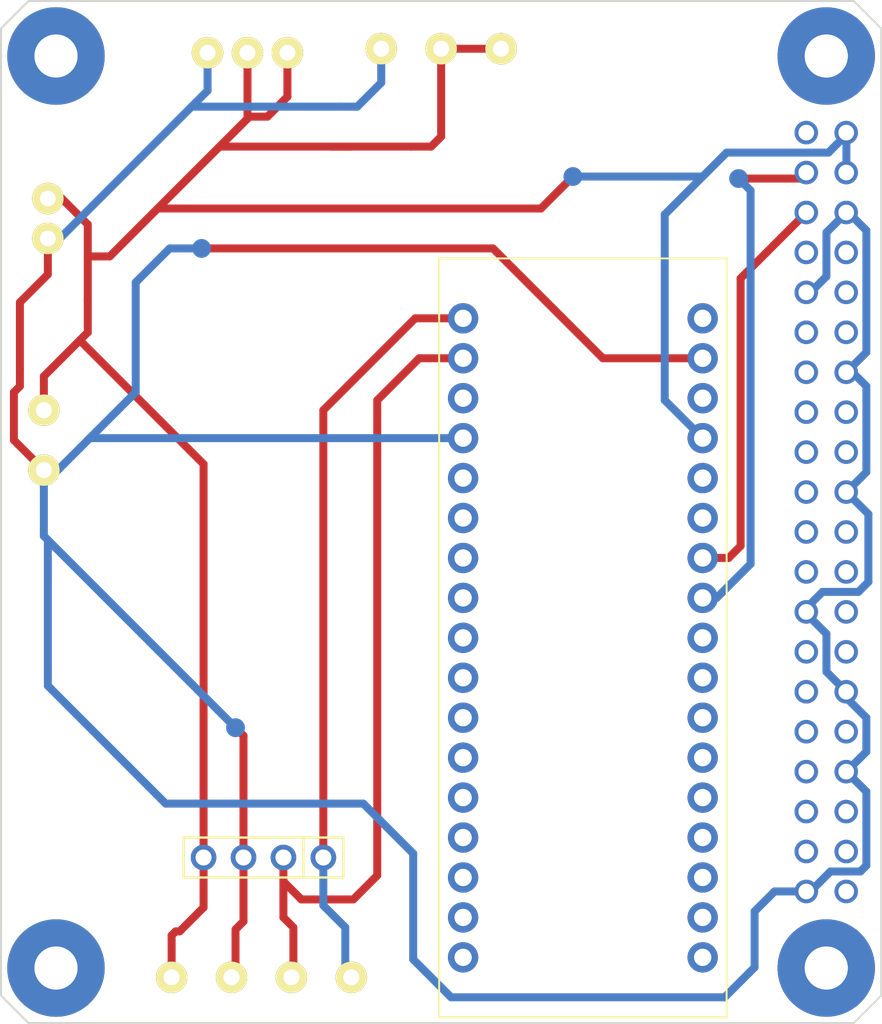
<source format=kicad_pcb>
(kicad_pcb (version 4) (host json2kicad_pcb "2020-07-20 00:47:19")

  (general
    (links 0)
    (no_connects 0)
    (area -31.75 -32.5 28.0 32.5)
    (thickness 1.6002)
    (drawings 0)
    (tracks 145)
    (zones 0)
    (modules 8)
    (nets 77)
  )

  (page A3)
  (title_block
    (date "30 dec 2015")
  )

  (layers
  (0 B.Cu signal)
  (1 Inner1.Cu signal)
  (2 Inner2.Cu signal)
  (15 F.Cu signal)
  (20 B.SilkS user)
  (21 F.SilkS user)
  (22 B.Paste user)
  (23 F.Paste user)
  (24 Dwgs.User user)
  (25 Cmts.User user)
  (26 Eco1.User user)
  (27 Eco2.User user)
  (28 Edge.Cuts user)
  (31 B.Cu signal)
  (32 B.Adhes user)
  (33 F.Adhes user)
  (34 B.Paste user)
  (35 F.Paste user)
  (36 B.SilkS user)
  (37 F.SilkS user)
  (38 B.Mask user)
  (39 F.Mask user)
  (40 Dwgs.User user)
  (41 Cmts.User user)
  (42 Eco1.User user)
  (43 Eco2.User user)
  (44 Edge.Cuts user)
  )

  (setup
(last_trace_width 0.254)
    (trace_clearance 0.254)
    (zone_clearance 0.508)
    (zone_45_only no)
    (trace_min 0.254)
    (segment_width 0.2)
    (edge_width 0.1)
    (via_size 1.19888)
    (via_drill 0.635)
    (via_min_size 0.889)
    (via_min_drill 0.508)
    (uvia_size 0.508)
    (uvia_drill 0.127)
    (uvias_allowed no)
    (uvia_min_size 0.508)
    (uvia_min_drill 0.127)
    (pcb_text_width 0.3)
    (pcb_text_size 1.5 1.5)
    (mod_edge_width 0.15)
    (mod_text_size 1 1)
    (mod_text_width 0.15)
    (pad_size 1.5 1.5)
    (pad_drill 0.6)
    (pad_to_mask_clearance 0)
    (aux_axis_origin 0 0)
    (visible_elements 7FFFFFFF)
    (pcbplotparams
      (layerselection 0x00030_80000001)
      (usegerberextensions true)
      (excludeedgelayer true)
      (linewidth 0.150000)
      (plotframeref false)
      (viasonmask false)
      (mode 1)
      (useauxorigin false)
      (hpglpennumber 1)
      (hpglpenspeed 20)
      (hpglpendiameter 15)
      (hpglpenoverlay 2)
      (psnegative false)
      (psa4output false)
      (plotreference true)
      (plotvalue true)
      (plotinvisibletext false)
      (padsonsilk false)
      (subtractmaskfromsilk false)
      (outputformat 1)
      (mirror false)
      (drillshape 1)
      (scaleselection 1)
      (outputdirectory ""))
  )

  (net 0 "")
  (net 1 "N-00001")
  (net 2 "N-00002")
  (net 3 "N-00003")
  (net 98 "N-00098")
  (net 5 "N-00005")
  (net 6 "N-00006")
  (net 7 "N-00007")
  (net 8 "N-00008")
  (net 79 "N-00079")
  (net 10 "N-00010")
  (net 11 "N-00011")
  (net 12 "N-00012")
  (net 13 "N-00013")
  (net 73 "N-00073")
  (net 15 "N-00015")
  (net 16 "N-00016")
  (net 17 "N-00017")
  (net 18 "N-00018")
  (net 19 "N-00019")
  (net 81 "N-00081")
  (net 21 "N-00021")
  (net 22 "N-00022")
  (net 23 "N-00023")
  (net 24 "N-00024")
  (net 71 "N-00071")
  (net 26 "N-00026")
  (net 27 "N-00027")
  (net 28 "N-00028")
  (net 29 "N-00029")
  (net 90 "N-00090")
  (net 31 "N-00031")
  (net 32 "N-00032")
  (net 33 "N-00033")
  (net 69 "N-00069")
  (net 35 "N-00035")
  (net 36 "N-00036")
  (net 37 "N-00037")
  (net 38 "N-00038")
  (net 68 "N-00068")
  (net 40 "N-00040")
  (net 41 "N-00041")
  (net 42 "N-00042")
  (net 43 "N-00043")
  (net 44 "N-00044")
  (net 80 "N-00080")
  (net 67 "N-00067")
  (net 92 "N-00092")
  (net 91 "N-00091")
  (net 89 "N-00089")
  (net 84 "N-00084")
  (net 86 "N-00086")
  (net 88 "N-00088")
  (net 87 "N-00087")
  (net 85 "N-00085")
  (net 55 "N-00055")
  (net 56 "N-00056")
  (net 78 "N-00078")
  (net 76 "N-00076")
  (net 59 "N-00059")
  (net 60 "N-00060")
  (net 61 "N-00061")
  (net 62 "N-00062")
  (net 63 "N-00063")
  (net 64 "N-00064")
  (net 65 "N-00065")
  (net 66 "N-00066")
  (net 99 "N-00099")
  (net 100 "N-00100")
  (net 101 "N-00101")
  (net 102 "N-00102")
  (net 103 "N-00103")
  (net 104 "N-00104")
  (net 105 "N-00105")
  (net 106 "N-00106")
  (net 107 "N-00107")
  (net 121 "N-00121")

  (net_class Default "This is the default net class."
    (via_dia 1.19888)
    (via_drill 0.635)
    (uvia_drill 0.127)
    (trace_width 0.254)
    (uvia_dia 0.508)
    (clearance 0.254)
    (add_net "")
    (add_net "N-00001")
    (add_net "N-00002")
    (add_net "N-00003")
    (add_net "N-00005")
    (add_net "N-00006")
    (add_net "N-00007")
    (add_net "N-00008")
    (add_net "N-00010")
    (add_net "N-00011")
    (add_net "N-00012")
    (add_net "N-00013")
    (add_net "N-00015")
    (add_net "N-00016")
    (add_net "N-00017")
    (add_net "N-00018")
    (add_net "N-00019")
    (add_net "N-00021")
    (add_net "N-00022")
    (add_net "N-00023")
    (add_net "N-00024")
    (add_net "N-00026")
    (add_net "N-00027")
    (add_net "N-00028")
    (add_net "N-00029")
    (add_net "N-00031")
    (add_net "N-00024")
    (add_net "N-00033")
    (add_net "N-00026")
    (add_net "N-00027")
    (add_net "N-00036")
    (add_net "N-00021")
    (add_net "N-00022")
    (add_net "N-00023")
    (add_net "N-00040")
    (add_net "N-00041")
    (add_net "N-00042")
    (add_net "N-00043")
    (add_net "N-00028")
    (add_net "N-00029")
    (add_net "")
    (add_net "N-00055")
    (add_net "N-00056")
    (add_net "N-00008")
    (add_net "N-00059")
    (add_net "N-00060")
    (add_net "N-00061")
    (add_net "N-00062")
    (add_net "N-00063")
    (add_net "N-00064")
    (add_net "N-00065")
    (add_net "N-00066")
    (add_net "N-00067")
    (add_net "N-00068")
    (add_net "N-00069")
    (add_net "N-00071")
    (add_net "N-00073")
    (add_net "N-00076")
    (add_net "N-00078")
    (add_net "N-00079")
    (add_net "N-00080")
    (add_net "N-00081")
    (add_net "N-00084")
    (add_net "N-00085")
    (add_net "N-00086")
    (add_net "N-00087")
    (add_net "N-00088")
    (add_net "N-00089")
    (add_net "N-00090")
    (add_net "N-00091")
    (add_net "N-00092")
    (add_net "N-00098")
    (add_net "N-00099")
    (add_net "N-00059")
    (add_net "N-00101")
    (add_net "N-00102")
    (add_net "N-00103")
    (add_net "N-00055")
    (add_net "N-00105")
    (add_net "N-00106")
    (add_net "N-00056")
    (add_net "N-00104")
    (add_net "N-00121")
    (add_net "N-00107")
    (add_net "N-00088")
    (add_net "N-00089")
    (add_net "N-00080")
    (add_net "N-00081")
    (add_net "N-00086")
    (add_net "N-00087")
    (add_net "N-00084")
    (add_net "N-00085")
    (add_net "N-00003")
    (add_net "N-00007")
    (add_net "N-00032")
    (add_net "N-00035")
    (add_net "N-00102")
    (add_net "N-00103")
    (add_net "N-00100")
    (add_net "N-00101")
    (add_net "N-00106")
    (add_net "N-00107")
    (add_net "N-00104")
    (add_net "N-00037")
    (add_net "N-00038")
    (add_net "N-00038")
    (add_net "N-00033")
    (add_net "N-00032")
    (add_net "N-00031")
    (add_net "N-00037")
    (add_net "N-00036")
    (add_net "N-00035")
    (add_net "N-00044")
    (add_net "N-00060")
    (add_net "N-00061")
    (add_net "N-00062")
    (add_net "N-00063")
    (add_net "N-00064")
    (add_net "N-00065")
    (add_net "N-00066")
    (add_net "N-00067")
    (add_net "N-00068")
    (add_net "N-00069")
    (add_net "N-00002")
    (add_net "N-00006")
    (add_net "N-00105")
    (add_net "N-00099")
    (add_net "N-00098")
    (add_net "N-00091")
    (add_net "N-00090")
    (add_net "N-00092")
    (add_net "N-00011")
    (add_net "N-00010")
    (add_net "N-00013")
    (add_net "N-00012")
    (add_net "N-00015")
    (add_net "N-00017")
    (add_net "N-00016")
    (add_net "N-00019")
    (add_net "N-00018")
    (add_net "N-00044")
    (add_net "N-00042")
    (add_net "N-00043")
    (add_net "N-00040")
    (add_net "N-00041")
    (add_net "N-00001")
    (add_net "N-00005")
    (add_net "N-00100")
    (add_net "N-00076")
    (add_net "N-00073")
    (add_net "N-00071")
    (add_net "N-00079")
    (add_net "N-00078")
    (add_net "N-00121")
  )
  (module "meow_pi_shield"
    (layer "F.Cu")
    (tedit 0)
    (tstamp 0)
    (at -4.572 -1.143 0.00)
    (fp_text reference ""
      (at 0.0 0.0 0.00)
      (layer F.SilkS)
      (effects (font (size 0.0 0.0)
        (thickness 0.0)))
    )
    (fp_text reference ""
      (at 0.0 0.0 0.00)
      (layer F.SilkS)
      (effects (font (size 0.0 0.0)
        (thickness 0.0)))
    )
    (fp_line (start -28.0 -30.75) (end -26.25 -32.5) (layer Edge.Cuts) (width 0.127))
    (fp_line (start -26.25 -32.5) (end 26.25 -32.5) (layer Edge.Cuts) (width 0.127))
    (fp_line (start 26.25 -32.5) (end 28.0 -30.75) (layer Edge.Cuts) (width 0.127))
    (fp_line (start 28.0 -30.75) (end 28.0 30.75) (layer Edge.Cuts) (width 0.127))
    (fp_line (start 28.0 30.75) (end 26.25 32.5) (layer Edge.Cuts) (width 0.127))
    (fp_line (start 26.25 32.5) (end -26.25 32.5) (layer Edge.Cuts) (width 0.127))
    (fp_line (start -26.25 32.5) (end -28.0 30.75) (layer Edge.Cuts) (width 0.127))
    (fp_line (start -28.0 30.75) (end -28.0 -30.75) (layer Edge.Cuts) (width 0.127))
    (pad 1 thru_hole oval (at 23.2283 -24.13 0.00) (size 1.49606 1.49606) (drill 0.99822) (layers "B.Cu" "Inner1.Cu" "Inner2.Cu" "F.Cu" "B.Paste" "F.Paste") (net 1 N-00001))
    (pad 2 thru_hole oval (at 25.7683 -24.13 0.00) (size 1.49606 1.49606) (drill 0.99822) (layers "B.Cu" "Inner1.Cu" "Inner2.Cu" "F.Cu" "B.Paste" "F.Paste") (net 2 N-00002))
    (pad 3 thru_hole oval (at 23.2283 -21.59 0.00) (size 1.49606 1.49606) (drill 0.99822) (layers "B.Cu" "Inner1.Cu" "Inner2.Cu" "F.Cu" "B.Paste" "F.Paste") (net 3 N-00003))
    (pad 4 thru_hole oval (at 25.7683 -21.59 0.00) (size 1.49606 1.49606) (drill 0.99822) (layers "B.Cu" "Inner1.Cu" "Inner2.Cu" "F.Cu" "B.Paste" "F.Paste") (net 2 N-00002))
    (pad 5 thru_hole oval (at 23.2283 -19.05 0.00) (size 1.49606 1.49606) (drill 0.99822) (layers "B.Cu" "Inner1.Cu" "Inner2.Cu" "F.Cu" "B.Paste" "F.Paste") (net 5 N-00005))
    (pad 6 thru_hole oval (at 25.7683 -19.05 0.00) (size 1.49606 1.49606) (drill 0.99822) (layers "B.Cu" "Inner1.Cu" "Inner2.Cu" "F.Cu" "B.Paste" "F.Paste") (net 6 N-00006))
    (pad 7 thru_hole oval (at 23.2283 -16.51 0.00) (size 1.49606 1.49606) (drill 0.99822) (layers "B.Cu" "Inner1.Cu" "Inner2.Cu" "F.Cu" "B.Paste" "F.Paste") (net 7 N-00007))
    (pad 8 thru_hole oval (at 25.7683 -16.51 0.00) (size 1.49606 1.49606) (drill 0.99822) (layers "B.Cu" "Inner1.Cu" "Inner2.Cu" "F.Cu" "B.Paste" "F.Paste") (net 8 N-00008))
    (pad 9 thru_hole oval (at 23.2283 -13.97 0.00) (size 1.49606 1.49606) (drill 0.99822) (layers "B.Cu" "Inner1.Cu" "Inner2.Cu" "F.Cu" "B.Paste" "F.Paste") (net 6 N-00006))
    (pad 10 thru_hole oval (at 25.7683 -13.97 0.00) (size 1.49606 1.49606) (drill 0.99822) (layers "B.Cu" "Inner1.Cu" "Inner2.Cu" "F.Cu" "B.Paste" "F.Paste") (net 10 N-00010))
    (pad 11 thru_hole oval (at 23.2283 -11.43 0.00) (size 1.49606 1.49606) (drill 0.99822) (layers "B.Cu" "Inner1.Cu" "Inner2.Cu" "F.Cu" "B.Paste" "F.Paste") (net 11 N-00011))
    (pad 12 thru_hole oval (at 25.7683 -11.43 0.00) (size 1.49606 1.49606) (drill 0.99822) (layers "B.Cu" "Inner1.Cu" "Inner2.Cu" "F.Cu" "B.Paste" "F.Paste") (net 12 N-00012))
    (pad 13 thru_hole oval (at 23.2283 -8.89 0.00) (size 1.49606 1.49606) (drill 0.99822) (layers "B.Cu" "Inner1.Cu" "Inner2.Cu" "F.Cu" "B.Paste" "F.Paste") (net 13 N-00013))
    (pad 14 thru_hole oval (at 25.7683 -8.89 0.00) (size 1.49606 1.49606) (drill 0.99822) (layers "B.Cu" "Inner1.Cu" "Inner2.Cu" "F.Cu" "B.Paste" "F.Paste") (net 6 N-00006))
    (pad 15 thru_hole oval (at 23.2283 -6.35 0.00) (size 1.49606 1.49606) (drill 0.99822) (layers "B.Cu" "Inner1.Cu" "Inner2.Cu" "F.Cu" "B.Paste" "F.Paste") (net 15 N-00015))
    (pad 16 thru_hole oval (at 25.7683 -6.35 0.00) (size 1.49606 1.49606) (drill 0.99822) (layers "B.Cu" "Inner1.Cu" "Inner2.Cu" "F.Cu" "B.Paste" "F.Paste") (net 16 N-00016))
    (pad 17 thru_hole oval (at 23.2283 -3.81 0.00) (size 1.49606 1.49606) (drill 0.99822) (layers "B.Cu" "Inner1.Cu" "Inner2.Cu" "F.Cu" "B.Paste" "F.Paste") (net 17 N-00017))
    (pad 18 thru_hole oval (at 25.7683 -3.81 0.00) (size 1.49606 1.49606) (drill 0.99822) (layers "B.Cu" "Inner1.Cu" "Inner2.Cu" "F.Cu" "B.Paste" "F.Paste") (net 18 N-00018))
    (pad 19 thru_hole oval (at 23.2283 -1.27 0.00) (size 1.49606 1.49606) (drill 0.99822) (layers "B.Cu" "Inner1.Cu" "Inner2.Cu" "F.Cu" "B.Paste" "F.Paste") (net 19 N-00019))
    (pad 20 thru_hole oval (at 25.7683 -1.27 0.00) (size 1.49606 1.49606) (drill 0.99822) (layers "B.Cu" "Inner1.Cu" "Inner2.Cu" "F.Cu" "B.Paste" "F.Paste") (net 6 N-00006))
    (pad 21 thru_hole oval (at 23.2283 1.27 0.00) (size 1.49606 1.49606) (drill 0.99822) (layers "B.Cu" "Inner1.Cu" "Inner2.Cu" "F.Cu" "B.Paste" "F.Paste") (net 21 N-00021))
    (pad 22 thru_hole oval (at 25.7683 1.27 0.00) (size 1.49606 1.49606) (drill 0.99822) (layers "B.Cu" "Inner1.Cu" "Inner2.Cu" "F.Cu" "B.Paste" "F.Paste") (net 22 N-00022))
    (pad 23 thru_hole oval (at 23.2283 3.81 0.00) (size 1.49606 1.49606) (drill 0.99822) (layers "B.Cu" "Inner1.Cu" "Inner2.Cu" "F.Cu" "B.Paste" "F.Paste") (net 23 N-00023))
    (pad 24 thru_hole oval (at 25.7683 3.81 0.00) (size 1.49606 1.49606) (drill 0.99822) (layers "B.Cu" "Inner1.Cu" "Inner2.Cu" "F.Cu" "B.Paste" "F.Paste") (net 24 N-00024))
    (pad 25 thru_hole oval (at 23.2283 6.35 0.00) (size 1.49606 1.49606) (drill 0.99822) (layers "B.Cu" "Inner1.Cu" "Inner2.Cu" "F.Cu" "B.Paste" "F.Paste") (net 6 N-00006))
    (pad 26 thru_hole oval (at 25.7683 6.35 0.00) (size 1.49606 1.49606) (drill 0.99822) (layers "B.Cu" "Inner1.Cu" "Inner2.Cu" "F.Cu" "B.Paste" "F.Paste") (net 26 N-00026))
    (pad 27 thru_hole oval (at 23.2283 8.89 0.00) (size 1.49606 1.49606) (drill 0.99822) (layers "B.Cu" "Inner1.Cu" "Inner2.Cu" "F.Cu" "B.Paste" "F.Paste") (net 27 N-00027))
    (pad 28 thru_hole oval (at 25.7683 8.89 0.00) (size 1.49606 1.49606) (drill 0.99822) (layers "B.Cu" "Inner1.Cu" "Inner2.Cu" "F.Cu" "B.Paste" "F.Paste") (net 28 N-00028))
    (pad 29 thru_hole oval (at 23.2283 11.43 0.00) (size 1.49606 1.49606) (drill 0.99822) (layers "B.Cu" "Inner1.Cu" "Inner2.Cu" "F.Cu" "B.Paste" "F.Paste") (net 29 N-00029))
    (pad 30 thru_hole oval (at 25.7683 11.43 0.00) (size 1.49606 1.49606) (drill 0.99822) (layers "B.Cu" "Inner1.Cu" "Inner2.Cu" "F.Cu" "B.Paste" "F.Paste") (net 6 N-00006))
    (pad 31 thru_hole oval (at 23.2283 13.97 0.00) (size 1.49606 1.49606) (drill 0.99822) (layers "B.Cu" "Inner1.Cu" "Inner2.Cu" "F.Cu" "B.Paste" "F.Paste") (net 31 N-00031))
    (pad 32 thru_hole oval (at 25.7683 13.97 0.00) (size 1.49606 1.49606) (drill 0.99822) (layers "B.Cu" "Inner1.Cu" "Inner2.Cu" "F.Cu" "B.Paste" "F.Paste") (net 32 N-00032))
    (pad 33 thru_hole oval (at 23.2283 16.51 0.00) (size 1.49606 1.49606) (drill 0.99822) (layers "B.Cu" "Inner1.Cu" "Inner2.Cu" "F.Cu" "B.Paste" "F.Paste") (net 33 N-00033))
    (pad 34 thru_hole oval (at 25.7683 16.51 0.00) (size 1.49606 1.49606) (drill 0.99822) (layers "B.Cu" "Inner1.Cu" "Inner2.Cu" "F.Cu" "B.Paste" "F.Paste") (net 6 N-00006))
    (pad 35 thru_hole oval (at 23.2283 19.05 0.00) (size 1.49606 1.49606) (drill 0.99822) (layers "B.Cu" "Inner1.Cu" "Inner2.Cu" "F.Cu" "B.Paste" "F.Paste") (net 35 N-00035))
    (pad 36 thru_hole oval (at 25.7683 19.05 0.00) (size 1.49606 1.49606) (drill 0.99822) (layers "B.Cu" "Inner1.Cu" "Inner2.Cu" "F.Cu" "B.Paste" "F.Paste") (net 36 N-00036))
    (pad 37 thru_hole oval (at 23.2283 21.59 0.00) (size 1.49606 1.49606) (drill 0.99822) (layers "B.Cu" "Inner1.Cu" "Inner2.Cu" "F.Cu" "B.Paste" "F.Paste") (net 37 N-00037))
    (pad 38 thru_hole oval (at 25.7683 21.59 0.00) (size 1.49606 1.49606) (drill 0.99822) (layers "B.Cu" "Inner1.Cu" "Inner2.Cu" "F.Cu" "B.Paste" "F.Paste") (net 38 N-00038))
    (pad 39 thru_hole oval (at 23.2283 24.13 0.00) (size 1.49606 1.49606) (drill 0.99822) (layers "B.Cu" "Inner1.Cu" "Inner2.Cu" "F.Cu" "B.Paste" "F.Paste") (net 6 N-00006))
    (pad 40 thru_hole oval (at 25.7683 24.13 0.00) (size 1.49606 1.49606) (drill 0.99822) (layers "B.Cu" "Inner1.Cu" "Inner2.Cu" "F.Cu" "B.Paste" "F.Paste") (net 40 N-00040))
    (pad S0 thru_hole oval (at -24.50084 -29.00172 0.00) (size 6.1976 6.1976) (drill 2.74828) (layers "B.Cu" "Inner1.Cu" "Inner2.Cu" "F.Cu" "B.Paste" "F.Paste") (net 41 N-00041))
    (pad S1 thru_hole oval (at 24.4983 -29.00172 0.00) (size 6.1976 6.1976) (drill 2.74828) (layers "B.Cu" "Inner1.Cu" "Inner2.Cu" "F.Cu" "B.Paste" "F.Paste") (net 42 N-00042))
    (pad S2 thru_hole oval (at 24.4983 28.99918 0.00) (size 6.1976 6.1976) (drill 2.74828) (layers "B.Cu" "Inner1.Cu" "Inner2.Cu" "F.Cu" "B.Paste" "F.Paste") (net 43 N-00043))
    (pad S3 thru_hole oval (at -24.50084 28.99918 0.00) (size 6.1976 6.1976) (drill 2.74828) (layers "B.Cu" "Inner1.Cu" "Inner2.Cu" "F.Cu" "B.Paste" "F.Paste") (net 44 N-00044))
  )

  (module "M1X4"
    (layer "F.Cu")
    (tedit 0)
    (tstamp 0)
    (at -12.065 20.828 -180.00)
    (fp_text reference ">NAME"
      (at -0.9525 0.0 0.00)
      (layer Eco1.User)
      (effects (font (size 1.27 0.0)
        (thickness 0.0)))
    )
    (fp_text value "val**"
      (at 0.0 0.0 0.00)
      (layer Eco1.User)
      (effects (font (size 0.0 0.0)
        (thickness 0.0)))
    )
    (fp_line (start -1.27 1.27) (end -1.27 -1.27) (layer F.SilkS) (width 0.1524))
    (fp_line (start -1.27 -1.27) (end 1.27 -1.27) (layer F.SilkS) (width 0.1524))
    (fp_line (start 1.27 -1.27) (end 8.89 -1.27) (layer F.SilkS) (width 0.1524))
    (fp_line (start 8.89 -1.27) (end 8.89 1.27) (layer F.SilkS) (width 0.1524))
    (fp_line (start 8.89 1.27) (end 1.27 1.27) (layer F.SilkS) (width 0.1524))
    (fp_line (start 1.27 1.27) (end -1.27 1.27) (layer F.SilkS) (width 0.1524))
    (fp_line (start 1.27 1.27) (end 1.27 -1.27) (layer F.SilkS) (width 0.1524))
    (pad 1 thru_hole oval (at 0.0 0.0 -180.00) (size 1.63068 1.63068) (drill 1.01854) (layers "B.Cu" "Inner1.Cu" "Inner2.Cu" "F.Cu" "B.Paste" "F.Paste") (net 55 N-00055))
    (pad 2 thru_hole oval (at 2.54 0.0 -180.00) (size 1.63068 1.63068) (drill 1.01854) (layers "B.Cu" "Inner1.Cu" "Inner2.Cu" "F.Cu" "B.Paste" "F.Paste") (net 56 N-00056))
    (pad 3 thru_hole oval (at 5.08 0.0 -180.00) (size 1.63068 1.63068) (drill 1.01854) (layers "B.Cu" "Inner1.Cu" "Inner2.Cu" "F.Cu" "B.Paste" "F.Paste") (net 6 N-00006))
    (pad 4 thru_hole oval (at 7.62 0.0 -180.00) (size 1.63068 1.63068) (drill 1.01854) (layers "B.Cu" "Inner1.Cu" "Inner2.Cu" "F.Cu" "B.Paste" "F.Paste") (net 2 N-00002))
  )

  (module "meow"
    (layer "F.Cu")
    (tedit 0)
    (tstamp 0)
    (at -29.591 -19.812 0.00)
    (fp_text reference ""
      (at 0.0 0.0 0.00)
      (layer F.SilkS)
      (effects (font (size 0.0 0.0)
        (thickness 0.0)))
    )
    (fp_text reference ""
      (at 0.0 0.0 0.00)
      (layer F.SilkS)
      (effects (font (size 0.0 0.0)
        (thickness 0.0)))
    )
    (pad 1 thru_hole circle (at 0.0 -1.27 0.00) (size 2.0 2.0) (drill 1.0) (layers "B.Cu" "Inner1.Cu" "Inner2.Cu" "F.Cu" "F.SilkS" "B.Paste" "F.Paste") (net 2 N-00002))
    (pad 2 thru_hole circle (at 0.0 1.27 0.00) (size 2.0 2.0) (drill 1.0) (layers "B.Cu" "Inner1.Cu" "Inner2.Cu" "F.Cu" "F.SilkS" "B.Paste" "F.Paste") (net 6 N-00006))
  )

  (module "meow"
    (layer "F.Cu")
    (tedit 0)
    (tstamp 0)
    (at -29.845 -5.715 0.00)
    (fp_text reference ""
      (at 0.0 0.0 0.00)
      (layer F.SilkS)
      (effects (font (size 0.0 0.0)
        (thickness 0.0)))
    )
    (fp_text reference ""
      (at 0.0 0.0 0.00)
      (layer F.SilkS)
      (effects (font (size 0.0 0.0)
        (thickness 0.0)))
    )
    (pad 1 thru_hole circle (at 0.0 -1.905 0.00) (size 1.99898 1.99898) (drill 1.016) (layers "B.Cu" "Inner1.Cu" "Inner2.Cu" "F.Cu" "F.SilkS" "B.Paste" "F.Paste") (net 2 N-00002))
    (pad 2 thru_hole circle (at 0.0 1.905 0.00) (size 1.99898 1.99898) (drill 1.016) (layers "B.Cu" "Inner1.Cu" "Inner2.Cu" "F.Cu" "F.SilkS" "B.Paste" "F.Paste") (net 6 N-00006))
  )

  (module "meow"
    (layer "F.Cu")
    (tedit 0)
    (tstamp 0)
    (at -4.572 -30.607 -90.00)
    (fp_text reference ""
      (at 0.0 0.0 0.00)
      (layer F.SilkS)
      (effects (font (size 0.0 0.0)
        (thickness 0.0)))
    )
    (fp_text reference ""
      (at 0.0 0.0 0.00)
      (layer F.SilkS)
      (effects (font (size 0.0 0.0)
        (thickness 0.0)))
    )
    (pad 1 thru_hole circle (at 0.0 -3.81 -90.00) (size 2.0 2.0) (drill 1.016) (layers "B.Cu" "Inner1.Cu" "Inner2.Cu" "F.Cu" "F.SilkS" "B.Paste" "F.Paste") (net 2 N-00002))
    (pad 2 thru_hole circle (at 0.0 0.0 -90.00) (size 2.0 2.0) (drill 1.016) (layers "B.Cu" "Inner1.Cu" "Inner2.Cu" "F.Cu" "F.SilkS" "B.Paste" "F.Paste") (net 2 N-00002))
    (pad 3 thru_hole circle (at 0.0 3.81 -90.00) (size 2.0 2.0) (drill 1.016) (layers "B.Cu" "Inner1.Cu" "Inner2.Cu" "F.Cu" "F.SilkS" "B.Paste" "F.Paste") (net 6 N-00006))
  )

  (module "ARDUINOMICRO"
    (layer "F.Cu")
    (tedit 0)
    (tstamp 0)
    (at 4.445 6.858 90.00)
    (fp_text reference "ref**"
      (at 0.0 0.0 0.00)
      (layer Cmts.User)
      (effects (font (size 0.0 0.0)
        (thickness 0.0)))
    )
    (fp_text value "val**"
      (at 0.0 0.0 0.00)
      (layer Eco1.User)
      (effects (font (size 0.0 0.0)
        (thickness 0.0)))
    )
    (fp_line (start -24.13 9.144) (end 24.13 9.144) (layer F.SilkS) (width 0.127))
    (fp_line (start 24.13 9.144) (end 24.13 -9.144) (layer F.SilkS) (width 0.127))
    (fp_line (start 24.13 -9.144) (end -24.13 -9.144) (layer F.SilkS) (width 0.127))
    (fp_line (start -24.13 -9.144) (end -24.13 9.144) (layer F.SilkS) (width 0.127))
    (pad P$1 thru_hole oval (at -20.32 -7.62 90.00) (size 1.9304 1.9304) (drill 1.09982) (layers "B.Cu" "Inner1.Cu" "Inner2.Cu" "F.Cu" "B.Paste" "F.Paste") (net 59 N-00059))
    (pad P$2 thru_hole oval (at -17.78 -7.62 90.00) (size 1.9304 1.9304) (drill 1.09982) (layers "B.Cu" "Inner1.Cu" "Inner2.Cu" "F.Cu" "B.Paste" "F.Paste") (net 60 N-00060))
    (pad P$3 thru_hole oval (at -15.24 -7.62 90.00) (size 1.9304 1.9304) (drill 1.09982) (layers "B.Cu" "Inner1.Cu" "Inner2.Cu" "F.Cu" "B.Paste" "F.Paste") (net 61 N-00061))
    (pad P$4 thru_hole oval (at -12.7 -7.62 90.00) (size 1.9304 1.9304) (drill 1.09982) (layers "B.Cu" "Inner1.Cu" "Inner2.Cu" "F.Cu" "B.Paste" "F.Paste") (net 62 N-00062))
    (pad P$5 thru_hole oval (at -10.16 -7.62 90.00) (size 1.9304 1.9304) (drill 1.09982) (layers "B.Cu" "Inner1.Cu" "Inner2.Cu" "F.Cu" "B.Paste" "F.Paste") (net 63 N-00063))
    (pad P$6 thru_hole oval (at -7.62 -7.62 90.00) (size 1.9304 1.9304) (drill 1.09982) (layers "B.Cu" "Inner1.Cu" "Inner2.Cu" "F.Cu" "B.Paste" "F.Paste") (net 64 N-00064))
    (pad P$7 thru_hole oval (at -5.08 -7.62 90.00) (size 1.9304 1.9304) (drill 1.09982) (layers "B.Cu" "Inner1.Cu" "Inner2.Cu" "F.Cu" "B.Paste" "F.Paste") (net 65 N-00065))
    (pad P$8 thru_hole oval (at -2.54 -7.62 90.00) (size 1.9304 1.9304) (drill 1.09982) (layers "B.Cu" "Inner1.Cu" "Inner2.Cu" "F.Cu" "B.Paste" "F.Paste") (net 66 N-00066))
    (pad P$9 thru_hole oval (at 0.0 -7.62 90.00) (size 1.9304 1.9304) (drill 1.09982) (layers "B.Cu" "Inner1.Cu" "Inner2.Cu" "F.Cu" "B.Paste" "F.Paste") (net 67 N-00067))
    (pad P$10 thru_hole oval (at 2.54 -7.62 90.00) (size 1.9304 1.9304) (drill 1.09982) (layers "B.Cu" "Inner1.Cu" "Inner2.Cu" "F.Cu" "B.Paste" "F.Paste") (net 68 N-00068))
    (pad P$11 thru_hole oval (at 5.08 -7.62 90.00) (size 1.9304 1.9304) (drill 1.09982) (layers "B.Cu" "Inner1.Cu" "Inner2.Cu" "F.Cu" "B.Paste" "F.Paste") (net 69 N-00069))
    (pad P$12 thru_hole oval (at 12.7 7.62 90.00) (size 1.9304 1.9304) (drill 1.09982) (layers "B.Cu" "Inner1.Cu" "Inner2.Cu" "F.Cu" "B.Paste" "F.Paste") (net 2 N-00002))
    (pad P$13 thru_hole oval (at 10.16 7.62 90.00) (size 1.9304 1.9304) (drill 1.09982) (layers "B.Cu" "Inner1.Cu" "Inner2.Cu" "F.Cu" "B.Paste" "F.Paste") (net 71 N-00071))
    (pad P$14 thru_hole oval (at 12.7 -7.62 90.00) (size 1.9304 1.9304) (drill 1.09982) (layers "B.Cu" "Inner1.Cu" "Inner2.Cu" "F.Cu" "B.Paste" "F.Paste") (net 6 N-00006))
    (pad P$15 thru_hole oval (at 15.24 -7.62 90.00) (size 1.9304 1.9304) (drill 1.09982) (layers "B.Cu" "Inner1.Cu" "Inner2.Cu" "F.Cu" "B.Paste" "F.Paste") (net 73 N-00073))
    (pad P$16 thru_hole oval (at 17.78 -7.62 90.00) (size 1.9304 1.9304) (drill 1.09982) (layers "B.Cu" "Inner1.Cu" "Inner2.Cu" "F.Cu" "B.Paste" "F.Paste") (net 56 N-00056))
    (pad P$17 thru_hole oval (at 20.32 -7.62 90.00) (size 1.9304 1.9304) (drill 1.09982) (layers "B.Cu" "Inner1.Cu" "Inner2.Cu" "F.Cu" "B.Paste" "F.Paste") (net 55 N-00055))
    (pad P$18 thru_hole oval (at 20.32 7.62 90.00) (size 1.9304 1.9304) (drill 1.09982) (layers "B.Cu" "Inner1.Cu" "Inner2.Cu" "F.Cu" "B.Paste" "F.Paste") (net 76 N-00076))
    (pad P$19 thru_hole oval (at 17.78 7.62 90.00) (size 1.9304 1.9304) (drill 1.09982) (layers "B.Cu" "Inner1.Cu" "Inner2.Cu" "F.Cu" "B.Paste" "F.Paste") (net 6 N-00006))
    (pad P$20 thru_hole oval (at 15.24 7.62 90.00) (size 1.9304 1.9304) (drill 1.09982) (layers "B.Cu" "Inner1.Cu" "Inner2.Cu" "F.Cu" "B.Paste" "F.Paste") (net 78 N-00078))
    (pad P$21 thru_hole oval (at 7.62 -7.62 90.00) (size 1.9304 1.9304) (drill 1.09982) (layers "B.Cu" "Inner1.Cu" "Inner2.Cu" "F.Cu" "B.Paste" "F.Paste") (net 79 N-00079))
    (pad P$22 thru_hole oval (at 10.16 -7.62 90.00) (size 1.9304 1.9304) (drill 1.09982) (layers "B.Cu" "Inner1.Cu" "Inner2.Cu" "F.Cu" "B.Paste" "F.Paste") (net 80 N-00080))
    (pad P$23 thru_hole oval (at 7.62 7.62 90.00) (size 1.9304 1.9304) (drill 1.09982) (layers "B.Cu" "Inner1.Cu" "Inner2.Cu" "F.Cu" "B.Paste" "F.Paste") (net 81 N-00081))
    (pad P$24 thru_hole oval (at 5.08 7.62 90.00) (size 1.9304 1.9304) (drill 1.09982) (layers "B.Cu" "Inner1.Cu" "Inner2.Cu" "F.Cu" "B.Paste" "F.Paste") (net 5 N-00005))
    (pad P$25 thru_hole oval (at 2.54 7.62 90.00) (size 1.9304 1.9304) (drill 1.09982) (layers "B.Cu" "Inner1.Cu" "Inner2.Cu" "F.Cu" "B.Paste" "F.Paste") (net 3 N-00003))
    (pad P$26 thru_hole oval (at 0.0 7.62 90.00) (size 1.9304 1.9304) (drill 1.09982) (layers "B.Cu" "Inner1.Cu" "Inner2.Cu" "F.Cu" "B.Paste" "F.Paste") (net 84 N-00084))
    (pad P$27 thru_hole oval (at -2.54 7.62 90.00) (size 1.9304 1.9304) (drill 1.09982) (layers "B.Cu" "Inner1.Cu" "Inner2.Cu" "F.Cu" "B.Paste" "F.Paste") (net 85 N-00085))
    (pad P$28 thru_hole oval (at -5.08 7.62 90.00) (size 1.9304 1.9304) (drill 1.09982) (layers "B.Cu" "Inner1.Cu" "Inner2.Cu" "F.Cu" "B.Paste" "F.Paste") (net 86 N-00086))
    (pad P$29 thru_hole oval (at -7.62 7.62 90.00) (size 1.9304 1.9304) (drill 1.09982) (layers "B.Cu" "Inner1.Cu" "Inner2.Cu" "F.Cu" "B.Paste" "F.Paste") (net 87 N-00087))
    (pad P$30 thru_hole oval (at -10.16 7.62 90.00) (size 1.9304 1.9304) (drill 1.09982) (layers "B.Cu" "Inner1.Cu" "Inner2.Cu" "F.Cu" "B.Paste" "F.Paste") (net 88 N-00088))
    (pad P$31 thru_hole oval (at -12.7 7.62 90.00) (size 1.9304 1.9304) (drill 1.09982) (layers "B.Cu" "Inner1.Cu" "Inner2.Cu" "F.Cu" "B.Paste" "F.Paste") (net 89 N-00089))
    (pad P$32 thru_hole oval (at -15.24 7.62 90.00) (size 1.9304 1.9304) (drill 1.09982) (layers "B.Cu" "Inner1.Cu" "Inner2.Cu" "F.Cu" "B.Paste" "F.Paste") (net 90 N-00090))
    (pad P$33 thru_hole oval (at -17.78 7.62 90.00) (size 1.9304 1.9304) (drill 1.09982) (layers "B.Cu" "Inner1.Cu" "Inner2.Cu" "F.Cu" "B.Paste" "F.Paste") (net 91 N-00091))
    (pad P$34 thru_hole oval (at -20.32 7.62 90.00) (size 1.9304 1.9304) (drill 1.09982) (layers "B.Cu" "Inner1.Cu" "Inner2.Cu" "F.Cu" "B.Paste" "F.Paste") (net 92 N-00092))
  )

  (segment (start 16.637 22.987) (end 18.669 22.987) (width 0.508) (layer F.Cu) (net 6))
  (segment (start -29.591 -21.082) (end -28.702 -21.082) (width 0.508) (layer B.Cu) (net 2))
  (segment (start -28.702 -21.082) (end -27.051 -19.431) (width 0.508) (layer B.Cu) (net 2))
  (segment (start -27.051 -19.431) (end -27.051 -14.605) (width 0.508) (layer B.Cu) (net 2))
  (segment (start -6.35 27.305) (end -3.937 29.718) (width 0.508) (layer F.Cu) (net 6))
  (segment (start -29.591 -18.542) (end -29.591 -16.256) (width 0.508) (layer B.Cu) (net 6))
  (segment (start -29.591 -16.256) (end -31.369 -14.478) (width 0.508) (layer B.Cu) (net 6))
  (segment (start -31.369 -14.478) (end -31.369 -10.287) (width 0.508) (layer B.Cu) (net 6))
  (segment (start -9.525 17.399) (end -6.35 20.574) (width 0.508) (layer F.Cu) (net 6))
  (segment (start 22.479 21.336) (end 22.479 16.637) (width 0.508) (layer F.Cu) (net 6))
  (module "meow"
    (layer "F.Cu")
    (tedit 0)
    (tstamp 0)
    (at -16.002 28.448 90.00)
    (fp_text reference ""
      (at 0.0 0.0 0.00)
      (layer F.SilkS)
      (effects (font (size 0.0 0.0)
        (thickness 0.0)))
    )
    (fp_text reference ""
      (at 0.0 0.0 0.00)
      (layer F.SilkS)
      (effects (font (size 0.0 0.0)
        (thickness 0.0)))
    )
    (pad 1 thru_hole circle (at 0.0 -5.715 90.00) (size 1.99898 1.99898) (drill 1.016) (layers "B.Cu" "Inner1.Cu" "Inner2.Cu" "F.Cu" "F.SilkS" "B.Paste" "F.Paste") (net 2 N-00002))
    (pad 2 thru_hole circle (at 0.0 -1.905 90.00) (size 1.99898 1.99898) (drill 1.016) (layers "B.Cu" "Inner1.Cu" "Inner2.Cu" "F.Cu" "F.SilkS" "B.Paste" "F.Paste") (net 6 N-00006))
    (pad 3 thru_hole circle (at 0.0 1.905 90.00) (size 1.99898 1.99898) (drill 1.016) (layers "B.Cu" "Inner1.Cu" "Inner2.Cu" "F.Cu" "F.SilkS" "B.Paste" "F.Paste") (net 56 N-00056))
    (pad 4 thru_hole circle (at 0.0 5.715 90.00) (size 1.99898 1.99898) (drill 1.016) (layers "B.Cu" "Inner1.Cu" "Inner2.Cu" "F.Cu" "F.SilkS" "B.Paste" "F.Paste") (net 55 N-00055))
  )

  (segment (start -6.35 20.574) (end -6.35 27.305) (width 0.508) (layer F.Cu) (net 6))
  (segment (start -27.559 -12.065) (end -19.685 -4.191) (width 0.508) (layer B.Cu) (net 2))
  (segment (start -19.685 -4.191) (end -19.685 20.828) (width 0.508) (layer B.Cu) (net 2))
  (segment (start -19.685 20.828) (end -19.685 24.003) (width 0.508) (layer B.Cu) (net 2))
  (segment (start -19.685 24.003) (end -21.209 25.527) (width 0.508) (layer B.Cu) (net 2))
  (segment (start 18.288 -22.352) (end 18.669 -22.733) (width 0.508) (layer B.Cu) (net 3))
  (segment (start 14.351 -22.352) (end 18.288 -22.352) (width 0.508) (layer B.Cu) (net 3))
  (segment (start -17.653 25.4) (end -17.145 24.892) (width 0.508) (layer B.Cu) (net 6))
  (segment (start -17.145 24.892) (end -17.145 20.828) (width 0.508) (layer B.Cu) (net 6))
  (segment (start -17.145 20.828) (end -17.145 13.081) (width 0.508) (layer B.Cu) (net 6))
  (segment (start -17.145 13.081) (end -17.653 12.573) (width 0.508) (layer B.Cu) (net 6))
  (segment (start -17.653 12.573) (end -17.653 12.573) (width 1.19888) (layer F.Cu) (net 6))
  (segment (start 22.479 16.637) (end 21.209 15.367) (width 0.508) (layer F.Cu) (net 6))
  (segment (start -22.098 17.399) (end -9.525 17.399) (width 0.508) (layer F.Cu) (net 6))
  (segment (start -27.051 -17.399) (end -25.654 -17.399) (width 0.508) (layer B.Cu) (net 2))
  (segment (start -25.654 -17.399) (end -16.891 -26.162) (width 0.508) (layer B.Cu) (net 2))
  (segment (start -16.891 -26.162) (end -16.891 -30.353) (width 0.508) (layer B.Cu) (net 2))
  (segment (start -16.891 -26.289) (end -15.621 -26.289) (width 0.508) (layer B.Cu) (net 2))
  (segment (start -15.621 -26.289) (end -14.351 -27.559) (width 0.508) (layer B.Cu) (net 2))
  (segment (start -14.351 -27.559) (end -14.351 -30.353) (width 0.508) (layer B.Cu) (net 2))
  (segment (start -18.542 -24.384) (end -6.477 -24.384) (width 0.508) (layer B.Cu) (net 2))
  (segment (start 22.098 21.717) (end 22.479 21.336) (width 0.508) (layer F.Cu) (net 6))
  (segment (start -11.557 -24.384) (end -10.287 -24.384) (width 0.508) (layer B.Cu) (net 2))
  (segment (start 20.193 21.717) (end 22.098 21.717) (width 0.508) (layer F.Cu) (net 6))
  (segment (start 18.923 22.987) (end 20.193 21.717) (width 0.508) (layer F.Cu) (net 6))
  (segment (start -17.653 12.573) (end -29.591 0.635) (width 0.508) (layer F.Cu) (net 6))
  (segment (start -29.591 -18.542) (end -28.829 -18.542) (width 0.508) (layer F.Cu) (net 6))
  (segment (start -28.829 -18.542) (end -19.431 -27.94) (width 0.508) (layer F.Cu) (net 6))
  (segment (start -19.431 -27.94) (end -19.431 -30.353) (width 0.508) (layer F.Cu) (net 6))
  (segment (start -20.447 -26.924) (end -11.049 -26.924) (width 0.508) (layer F.Cu) (net 6))
  (segment (start 21.209 -25.273) (end 21.209 -22.733) (width 0.508) (layer F.Cu) (net 2))
  (segment (start 21.209 -25.273) (end 21.209 -25.146) (width 0.508) (layer F.Cu) (net 2))
  (segment (start 21.209 -25.146) (end 20.066 -24.003) (width 0.508) (layer F.Cu) (net 2))
  (segment (start 20.066 -24.003) (end 13.589 -24.003) (width 0.508) (layer F.Cu) (net 2))
  (segment (start 13.589 -24.003) (end 9.652 -20.066) (width 0.508) (layer F.Cu) (net 2))
  (segment (start 9.652 -20.066) (end 9.652 -8.255) (width 0.508) (layer F.Cu) (net 2))
  (segment (start 9.652 -8.255) (end 12.065 -5.842) (width 0.508) (layer F.Cu) (net 2))
  (segment (start 12.065 -22.479) (end 3.81 -22.479) (width 0.508) (layer F.Cu) (net 2))
  (segment (start 3.81 -22.479) (end 3.81 -22.479) (width 1.19888) (layer F.Cu) (net 2))
  (segment (start 3.81 -22.479) (end 1.778 -20.447) (width 0.508) (layer B.Cu) (net 2))
  (segment (start 1.778 -20.447) (end -22.479 -20.447) (width 0.508) (layer B.Cu) (net 2))
  (segment (start 12.065 -10.922) (end 5.715 -10.922) (width 0.508) (layer B.Cu) (net 6))
  (segment (start 5.715 -10.922) (end -1.27 -17.907) (width 0.508) (layer B.Cu) (net 6))
  (segment (start -1.27 -17.907) (end -19.812 -17.907) (width 0.508) (layer B.Cu) (net 6))
  (segment (start -19.812 -17.907) (end -19.812 -17.907) (width 1.19888) (layer F.Cu) (net 6))
  (segment (start -19.812 -17.907) (end -20.193 -17.907) (width 0.508) (layer F.Cu) (net 6))
  (segment (start -29.591 9.906) (end -22.098 17.399) (width 0.508) (layer F.Cu) (net 6))
  (segment (start -3.175 -5.842) (end -26.924 -5.842) (width 0.508) (layer F.Cu) (net 6))
  (segment (start -29.591 0.635) (end -29.591 9.906) (width 0.508) (layer F.Cu) (net 6))
  (segment (start -12.065 20.828) (end -12.065 -7.62) (width 0.508) (layer B.Cu) (net 55))
  (segment (start -12.065 -7.62) (end -6.223 -13.462) (width 0.508) (layer B.Cu) (net 55))
  (segment (start -6.223 -13.462) (end -3.175 -13.462) (width 0.508) (layer B.Cu) (net 55))
  (segment (start -14.605 20.828) (end -14.605 22.352) (width 0.508) (layer B.Cu) (net 56))
  (segment (start -14.605 22.352) (end -13.462 23.495) (width 0.508) (layer B.Cu) (net 56))
  (segment (start -13.462 23.495) (end -10.16 23.495) (width 0.508) (layer B.Cu) (net 56))
  (segment (start -10.16 23.495) (end -8.636 21.971) (width 0.508) (layer B.Cu) (net 56))
  (segment (start -8.636 21.971) (end -8.636 -8.255) (width 0.508) (layer B.Cu) (net 56))
  (segment (start -8.636 -8.255) (end -5.969 -10.922) (width 0.508) (layer B.Cu) (net 56))
  (segment (start -5.969 -10.922) (end -3.175 -10.922) (width 0.508) (layer B.Cu) (net 56))
  (segment (start 14.478 -16.002) (end 18.669 -20.193) (width 0.508) (layer B.Cu) (net 5))
  (segment (start -14.097 25.146) (end -14.605 24.638) (width 0.508) (layer B.Cu) (net 56))
  (segment (start -14.605 24.638) (end -14.605 22.352) (width 0.508) (layer B.Cu) (net 56))
  (segment (start -12.065 20.828) (end -12.065 23.876) (width 0.508) (layer F.Cu) (net 55))
  (segment (start -12.065 23.876) (end -10.668 25.273) (width 0.508) (layer F.Cu) (net 55))
  (segment (start 14.478 1.016) (end 14.478 -16.002) (width 0.508) (layer B.Cu) (net 5))
  (segment (start 12.065 1.778) (end 13.716 1.778) (width 0.508) (layer B.Cu) (net 5))
  (segment (start 13.716 1.778) (end 14.478 1.016) (width 0.508) (layer B.Cu) (net 5))
  (segment (start -3.937 29.718) (end 13.462 29.718) (width 0.508) (layer F.Cu) (net 6))
  (module "meow"
    (layer "F.Cu")
    (tedit 0)
    (tstamp 0)
    (at -16.891 -30.353 -90.00)
    (fp_text reference ""
      (at 0.0 0.0 0.00)
      (layer F.SilkS)
      (effects (font (size 0.0 0.0)
        (thickness 0.0)))
    )
    (fp_text reference ""
      (at 0.0 0.0 0.00)
      (layer F.SilkS)
      (effects (font (size 0.0 0.0)
        (thickness 0.0)))
    )
    (pad 1 thru_hole circle (at 0.0 -2.54 -90.00) (size 2.0 2.0) (drill 1.0) (layers "B.Cu" "Inner1.Cu" "Inner2.Cu" "F.Cu" "F.SilkS" "B.Paste" "F.Paste") (net 2 N-00002))
    (pad 2 thru_hole circle (at 0.0 0.0 -90.00) (size 2.0 2.0) (drill 1.0) (layers "B.Cu" "Inner1.Cu" "Inner2.Cu" "F.Cu" "F.SilkS" "B.Paste" "F.Paste") (net 2 N-00002))
    (pad 3 thru_hole circle (at 0.0 2.54 -90.00) (size 2.0 2.0) (drill 1.0) (layers "B.Cu" "Inner1.Cu" "Inner2.Cu" "F.Cu" "F.SilkS" "B.Paste" "F.Paste") (net 6 N-00006))
  )

  (segment (start 15.367 24.257) (end 16.637 22.987) (width 0.508) (layer F.Cu) (net 6))
  (segment (start 12.065 4.318) (end 12.954 4.318) (width 0.508) (layer F.Cu) (net 3))
  (segment (start 12.954 4.318) (end 15.113 2.159) (width 0.508) (layer F.Cu) (net 3))
  (segment (start 15.113 2.159) (end 15.113 -21.59) (width 0.508) (layer F.Cu) (net 3))
  (segment (start 15.113 -21.59) (end 14.351 -22.352) (width 0.508) (layer F.Cu) (net 3))
  (segment (start 14.351 -22.352) (end 14.351 -22.352) (width 1.19888) (layer F.Cu) (net 3))
  (segment (start 15.367 27.813) (end 15.367 24.257) (width 0.508) (layer F.Cu) (net 6))
  (segment (start 13.462 29.718) (end 15.367 27.813) (width 0.508) (layer F.Cu) (net 6))
  (segment (start 18.669 -15.113) (end 18.923 -15.113) (width 0.508) (layer F.Cu) (net 6))
  (segment (start 18.923 -15.113) (end 19.939 -16.129) (width 0.508) (layer F.Cu) (net 6))
  (segment (start 19.939 -16.129) (end 19.939 -18.923) (width 0.508) (layer F.Cu) (net 6))
  (segment (start 19.939 -18.923) (end 21.209 -20.193) (width 0.508) (layer F.Cu) (net 6))
  (segment (start 21.209 -20.193) (end 21.336 -20.193) (width 0.508) (layer F.Cu) (net 6))
  (segment (start 21.336 -20.193) (end 22.479 -19.05) (width 0.508) (layer F.Cu) (net 6))
  (segment (start 22.479 -19.05) (end 22.479 -11.303) (width 0.508) (layer F.Cu) (net 6))
  (segment (start 22.479 -11.303) (end 21.209 -10.033) (width 0.508) (layer F.Cu) (net 6))
  (segment (start 21.209 -10.033) (end 21.59 -10.033) (width 0.508) (layer F.Cu) (net 6))
  (segment (start 21.59 -10.033) (end 22.479 -9.144) (width 0.508) (layer F.Cu) (net 6))
  (segment (start 22.479 -9.144) (end 22.479 -3.683) (width 0.508) (layer F.Cu) (net 6))
  (segment (start 22.479 -3.683) (end 21.209 -2.413) (width 0.508) (layer F.Cu) (net 6))
  (segment (start 18.669 5.207) (end 18.669 4.953) (width 0.508) (layer F.Cu) (net 6))
  (segment (start 18.669 4.953) (end 19.685 3.937) (width 0.508) (layer F.Cu) (net 6))
  (segment (start 19.685 3.937) (end 21.971 3.937) (width 0.508) (layer F.Cu) (net 6))
  (segment (start 21.971 3.937) (end 22.606 3.302) (width 0.508) (layer F.Cu) (net 6))
  (segment (start 22.606 3.302) (end 22.606 -1.016) (width 0.508) (layer F.Cu) (net 6))
  (segment (start 22.606 -1.016) (end 21.209 -2.413) (width 0.508) (layer F.Cu) (net 6))
  (segment (start 18.669 5.207) (end 18.669 5.334) (width 0.508) (layer F.Cu) (net 6))
  (segment (start 18.669 5.334) (end 19.939 6.604) (width 0.508) (layer F.Cu) (net 6))
  (segment (start 19.939 6.604) (end 19.939 9.017) (width 0.508) (layer F.Cu) (net 6))
  (segment (start 19.939 9.017) (end 21.209 10.287) (width 0.508) (layer F.Cu) (net 6))
  (segment (start 21.209 10.287) (end 21.209 10.668) (width 0.508) (layer F.Cu) (net 6))
  (segment (start 21.209 10.668) (end 22.479 11.938) (width 0.508) (layer F.Cu) (net 6))
  (segment (start 22.479 11.938) (end 22.479 14.097) (width 0.508) (layer F.Cu) (net 6))
  (segment (start 22.479 14.097) (end 21.209 15.367) (width 0.508) (layer F.Cu) (net 6))
  (segment (start 18.669 22.987) (end 18.923 22.987) (width 0.508) (layer F.Cu) (net 6))
  (segment (start -6.477 -24.384) (end -5.207 -24.384) (width 0.508) (layer B.Cu) (net 2))
  (segment (start -5.207 -24.384) (end -4.572 -25.019) (width 0.508) (layer B.Cu) (net 2))
  (segment (start -4.572 -25.019) (end -4.572 -30.607) (width 0.508) (layer B.Cu) (net 2))
  (segment (start -4.572 -30.607) (end -0.762 -30.607) (width 0.508) (layer B.Cu) (net 2))
  (segment (start -11.049 -26.924) (end -9.906 -26.924) (width 0.508) (layer F.Cu) (net 6))
  (segment (start -9.906 -26.924) (end -8.382 -28.448) (width 0.508) (layer F.Cu) (net 6))
  (segment (start -8.382 -28.448) (end -8.382 -30.607) (width 0.508) (layer F.Cu) (net 6))
  (segment (start -27.051 -14.732) (end -27.051 -12.573) (width 0.508) (layer B.Cu) (net 2))
  (segment (start -27.051 -12.573) (end -27.559 -12.065) (width 0.508) (layer B.Cu) (net 2))
  (segment (start -29.845 -7.62) (end -29.845 -9.779) (width 0.508) (layer B.Cu) (net 2))
  (segment (start -29.845 -9.779) (end -27.559 -12.065) (width 0.508) (layer B.Cu) (net 2))
  (segment (start -31.369 -10.287) (end -31.369 -9.144) (width 0.508) (layer B.Cu) (net 6))
  (segment (start -31.369 -9.144) (end -31.75 -8.763) (width 0.508) (layer B.Cu) (net 6))
  (segment (start -31.75 -8.763) (end -31.75 -5.715) (width 0.508) (layer B.Cu) (net 6))
  (segment (start -31.75 -5.715) (end -29.845 -3.81) (width 0.508) (layer B.Cu) (net 6))
  (segment (start -29.845 -3.81) (end -29.845 0.381) (width 0.508) (layer F.Cu) (net 6))
  (segment (start -29.845 0.381) (end -29.591 0.635) (width 0.508) (layer F.Cu) (net 6))
  (segment (start -29.845 -3.81) (end -28.956 -3.81) (width 0.508) (layer F.Cu) (net 6))
  (segment (start -28.956 -3.81) (end -26.924 -5.842) (width 0.508) (layer F.Cu) (net 6))
  (segment (start -21.209 25.527) (end -21.463 25.527) (width 0.508) (layer B.Cu) (net 2))
  (segment (start -21.463 25.527) (end -21.717 25.781) (width 0.508) (layer B.Cu) (net 2))
  (segment (start -21.717 25.781) (end -21.717 28.448) (width 0.508) (layer B.Cu) (net 2))
  (segment (start -17.653 25.527) (end -17.653 28.194) (width 0.508) (layer B.Cu) (net 6))
  (segment (start -17.653 28.194) (end -17.907 28.448) (width 0.508) (layer B.Cu) (net 6))
  (segment (start -13.97 25.273) (end -13.97 28.321) (width 0.508) (layer B.Cu) (net 56))
  (segment (start -13.97 28.321) (end -14.097 28.448) (width 0.508) (layer B.Cu) (net 56))
  (segment (start -10.668 25.273) (end -10.668 28.067) (width 0.508) (layer F.Cu) (net 55))
  (segment (start -10.668 28.067) (end -10.287 28.448) (width 0.508) (layer F.Cu) (net 55))
  (segment (start -20.32 -17.907) (end -21.844 -17.907) (width 0.508) (layer F.Cu) (net 6))
  (segment (start -21.844 -17.907) (end -24.003 -15.748) (width 0.508) (layer F.Cu) (net 6))
  (segment (start -24.003 -15.748) (end -24.003 -8.763) (width 0.508) (layer F.Cu) (net 6))
  (segment (start -24.003 -8.763) (end -26.924 -5.842) (width 0.508) (layer F.Cu) (net 6))
)

</source>
